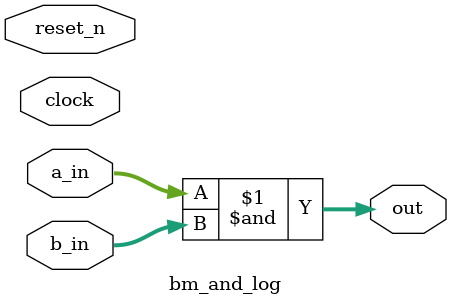
<source format=v>

`define BITS 32         // Bit width of the operands

module bm_and_log(clock,
		reset_n,
		a_in,
		b_in,
		out);

// SIGNAL DECLARATIONS
input	clock;
input 	reset_n;

input [`BITS-1:0] a_in;
input [`BITS-1:0] b_in;

output [`BITS-1:0] out;

wire [`BITS-1:0]    out;

// ASSIGN STATEMENTS
assign out = a_in & b_in;

endmodule

</source>
